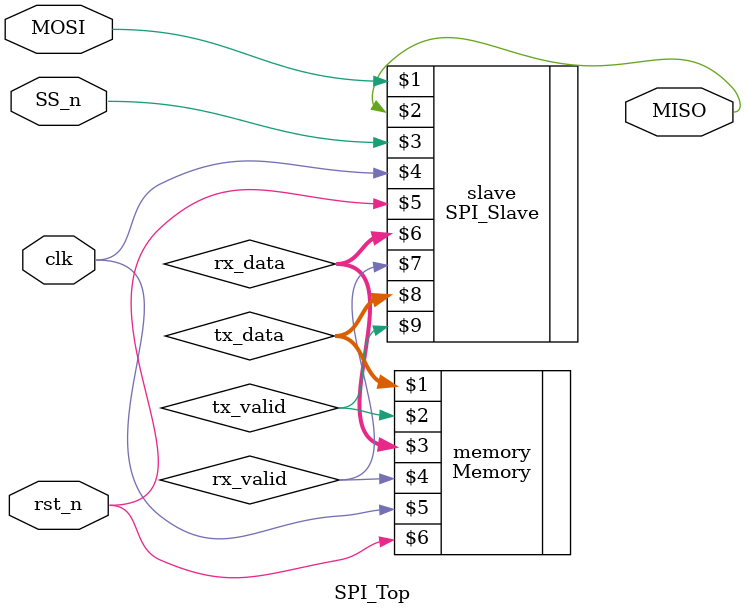
<source format=v>
`timescale 1ns / 1ps


module SPI_Top
   (
	    input MOSI,
        output MISO,
        input SS_n,clk,rst_n
    );



        wire [9:0] rx_data;
        wire rx_valid;
        wire [7:0] tx_data;
        wire tx_valid;

SPI_Slave   slave(MOSI,MISO,SS_n,clk,rst_n,rx_data,rx_valid,tx_data,tx_valid);
Memory      memory(tx_data,tx_valid,rx_data,rx_valid,clk,rst_n);

endmodule

</source>
